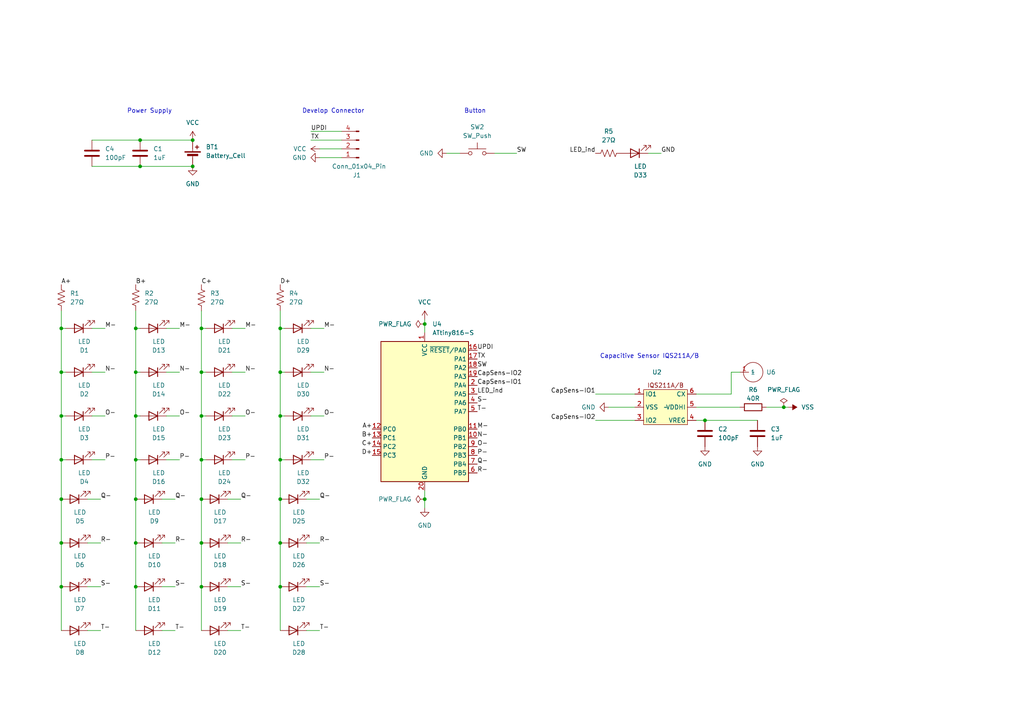
<source format=kicad_sch>
(kicad_sch (version 20230121) (generator eeschema)
  (paper "A4")
  (lib_symbols
    (symbol "Connector:Conn_01x04_Pin" (pin_names (offset 1.016) hide)
      (property "Reference" "J" (at 0 5.08 0))
      (property "Value" "Conn_01x04_Pin" (at 0 -7.62 0))
      (symbol "Conn_01x04_Pin_1_1"
        (polyline (pts (xy 1.27 -5.08) (xy 0.8636 -5.08)) (stroke (width 0.1524)))
        (polyline (pts (xy 1.27 -2.54) (xy 0.8636 -2.54)) (stroke (width 0.1524)))
        (polyline (pts (xy 1.27 0) (xy 0.8636 0)) (stroke (width 0.1524)))
        (polyline (pts (xy 1.27 2.54) (xy 0.8636 2.54)) (stroke (width 0.1524)))
        (rectangle (start 0.8636 -4.953) (end 0 -5.207) (stroke (width 0.1524)) (fill (type outline)))
        (rectangle (start 0.8636 -2.413) (end 0 -2.667) (stroke (width 0.1524)) (fill (type outline)))
        (rectangle (start 0.8636 0.127) (end 0 -0.127) (stroke (width 0.1524)) (fill (type outline)))
        (rectangle (start 0.8636 2.667) (end 0 2.413) (stroke (width 0.1524)) (fill (type outline)))
        (pin passive line (at 5.08 2.54 180) (length 3.81) (name "Pin_1") (number "1"))
        (pin passive line (at 5.08 0 180) (length 3.81) (name "Pin_2") (number "2"))
        (pin passive line (at 5.08 -2.54 180) (length 3.81) (name "Pin_3") (number "3"))
        (pin passive line (at 5.08 -5.08 180) (length 3.81) (name "Pin_4") (number "4"))
      )
    )
    (symbol "Device:Battery_Cell" (pin_numbers hide) (pin_names (offset 0) hide)
      (property "Reference" "BT" (at 2.54 2.54 0))
      (property "Value" "Battery_Cell" (at 2.54 0 0))
      (symbol "Battery_Cell_0_1"
        (rectangle (start -2.286 1.778) (end 2.286 1.524) (fill (type outline)))
        (rectangle (start -1.524 1.016) (end 1.524 0.508) (fill (type outline)))
        (polyline (pts (xy 0 0.762) (xy 0 0)))
        (polyline (pts (xy 0 1.778) (xy 0 2.54)))
        (polyline (pts (xy 0.762 3.048) (xy 1.778 3.048)) (stroke (width 0.254)))
        (polyline (pts (xy 1.27 3.556) (xy 1.27 2.54)) (stroke (width 0.254)))
      )
      (symbol "Battery_Cell_1_1"
        (pin passive line (at 0 5.08 270) (length 2.54) (name "+") (number "1"))
        (pin passive line (at 0 -2.54 90) (length 2.54) (name "-") (number "2"))
      )
    )
    (symbol "Device:C" (pin_numbers hide) (pin_names (offset 0.254))
      (property "Reference" "C" (at 0.635 2.54 0))
      (property "Value" "C" (at 0.635 -2.54 0))
      (symbol "C_0_1"
        (polyline (pts (xy -2.032 -0.762) (xy 2.032 -0.762)) (stroke (width 0.508)))
        (polyline (pts (xy -2.032 0.762) (xy 2.032 0.762)) (stroke (width 0.508)))
      )
      (symbol "C_1_1"
        (pin passive line (at 0 3.81 270) (length 2.794) (name "~") (number "1"))
        (pin passive line (at 0 -3.81 90) (length 2.794) (name "~") (number "2"))
      )
    )
    (symbol "Device:LED" (pin_numbers hide) (pin_names (offset 1.016) hide)
      (property "Reference" "D" (at 0 2.54 0))
      (property "Value" "LED" (at 0 -2.54 0))
      (symbol "LED_0_1"
        (polyline (pts (xy -1.27 -1.27) (xy -1.27 1.27)) (stroke (width 0.254)))
        (polyline (pts (xy -1.27 0) (xy 1.27 0)))
        (polyline (pts (xy 1.27 -1.27) (xy 1.27 1.27) (xy -1.27 0) (xy 1.27 -1.27)) (stroke (width 0.254)))
        (polyline (pts (xy -3.048 -0.762) (xy -4.572 -2.286) (xy -3.81 -2.286) (xy -4.572 -2.286) (xy -4.572 -1.524)))
        (polyline (pts (xy -1.778 -0.762) (xy -3.302 -2.286) (xy -2.54 -2.286) (xy -3.302 -2.286) (xy -3.302 -1.524)))
      )
      (symbol "LED_1_1"
        (pin passive line (at -3.81 0 0) (length 2.54) (name "K") (number "1"))
        (pin passive line (at 3.81 0 180) (length 2.54) (name "A") (number "2"))
      )
    )
    (symbol "Device:R" (pin_numbers hide) (pin_names (offset 0))
      (property "Reference" "R" (at 2.032 0 90))
      (property "Value" "R" (at 0 0 90))
      (symbol "R_0_1"
        (rectangle (start -1.016 -2.54) (end 1.016 2.54) (stroke (width 0.254)))
      )
      (symbol "R_1_1"
        (pin passive line (at 0 3.81 270) (length 1.27) (name "~") (number "1"))
        (pin passive line (at 0 -3.81 90) (length 1.27) (name "~") (number "2"))
      )
    )
    (symbol "Device:R_US" (pin_numbers hide) (pin_names (offset 0))
      (property "Reference" "R" (at 2.54 0 90))
      (property "Value" "R_US" (at -2.54 0 90))
      (symbol "R_US_0_1"
        (polyline (pts (xy 0 -2.286) (xy 0 -2.54)))
        (polyline (pts (xy 0 2.286) (xy 0 2.54)))
        (polyline (pts (xy 0 -0.762) (xy 1.016 -1.143) (xy 0 -1.524) (xy -1.016 -1.905) (xy 0 -2.286)))
        (polyline (pts (xy 0 0.762) (xy 1.016 0.381) (xy 0 0) (xy -1.016 -0.381) (xy 0 -0.762)))
        (polyline (pts (xy 0 2.286) (xy 1.016 1.905) (xy 0 1.524) (xy -1.016 1.143) (xy 0 0.762)))
      )
      (symbol "R_US_1_1"
        (pin passive line (at 0 3.81 270) (length 1.27) (name "~") (number "1"))
        (pin passive line (at 0 -3.81 90) (length 1.27) (name "~") (number "2"))
      )
    )
    (symbol "MCU_Microchip_ATtiny:ATtiny816-S"
      (property "Reference" "U" (at -12.7 21.59 0))
      (property "Value" "ATtiny816-S" (at 2.54 -21.59 0))
      (symbol "ATtiny816-S_0_1"
        (rectangle (start -12.7 -20.32) (end 12.7 20.32) (stroke (width 0.254)) (fill (type background)))
      )
      (symbol "ATtiny816-S_1_1"
        (pin power_in line (at 0 22.86 270) (length 2.54) (name "VCC") (number "1"))
        (pin bidirectional line (at 15.24 -7.62 180) (length 2.54) (name "PB1") (number "10"))
        (pin bidirectional line (at 15.24 -5.08 180) (length 2.54) (name "PB0") (number "11"))
        (pin bidirectional line (at -15.24 -5.08 0) (length 2.54) (name "PC0") (number "12"))
        (pin bidirectional line (at -15.24 -7.62 0) (length 2.54) (name "PC1") (number "13"))
        (pin bidirectional line (at -15.24 -10.16 0) (length 2.54) (name "PC2") (number "14"))
        (pin bidirectional line (at -15.24 -12.7 0) (length 2.54) (name "PC3") (number "15"))
        (pin bidirectional line (at 15.24 17.78 180) (length 2.54) (name "~{RESET}/PA0") (number "16"))
        (pin bidirectional line (at 15.24 15.24 180) (length 2.54) (name "PA1") (number "17"))
        (pin bidirectional line (at 15.24 12.7 180) (length 2.54) (name "PA2") (number "18"))
        (pin bidirectional line (at 15.24 10.16 180) (length 2.54) (name "PA3") (number "19"))
        (pin bidirectional line (at 15.24 7.62 180) (length 2.54) (name "PA4") (number "2"))
        (pin power_in line (at 0 -22.86 90) (length 2.54) (name "GND") (number "20"))
        (pin bidirectional line (at 15.24 5.08 180) (length 2.54) (name "PA5") (number "3"))
        (pin bidirectional line (at 15.24 2.54 180) (length 2.54) (name "PA6") (number "4"))
        (pin bidirectional line (at 15.24 0 180) (length 2.54) (name "PA7") (number "5"))
        (pin bidirectional line (at 15.24 -17.78 180) (length 2.54) (name "PB5") (number "6"))
        (pin bidirectional line (at 15.24 -15.24 180) (length 2.54) (name "PB4") (number "7"))
        (pin bidirectional line (at 15.24 -12.7 180) (length 2.54) (name "PB3") (number "8"))
        (pin bidirectional line (at 15.24 -10.16 180) (length 2.54) (name "PB2") (number "9"))
      )
    )
    (symbol "MySymLib:Azoteq-IQS211A/B"
      (property "Reference" "U2" (at -2.4922 10.16 0))
      (property "Value" "~" (at 0 0 0))
      (symbol "Azoteq-IQS211A/B_1_1"
        (rectangle (start -6.35 5.08) (end 6.35 -5.08) (fill (type background)))
        (text "IQS211A/B\n" (at 0 6.35 0) (effects (font (size 1.27 1.27))))
        (pin passive line (at -8.89 3.81 0) (length 2.54) (name "IO1") (number "1"))
        (pin passive line (at -8.89 0 0) (length 2.54) (name "VSS") (number "2"))
        (pin passive line (at -8.89 -3.81 0) (length 2.54) (name "IO2") (number "3"))
        (pin passive line (at 8.89 -3.81 180) (length 2.54) (name "VREG") (number "4"))
        (pin passive line (at 8.89 0 180) (length 2.54) (name "VDDHI") (number "5"))
        (pin passive line (at 8.89 3.81 180) (length 2.54) (name "CX") (number "6"))
      )
    )
    (symbol "Self-Capacitive-Pad_V1_1"
      (property "Reference" "U6" (at 3.81 0 0))
      (property "Value" "~" (at 0 0 0))
      (symbol "Self-Capacitive-Pad_V1_1_0_1"
        (circle (center 0 0) (radius 2.8398))
      )
      (symbol "Self-Capacitive-Pad_V1_1_1_1"
        (pin output line (at -3.81 0 0) (length 2.54) (name "1") (number "1"))
      )
    )
    (symbol "Switch:SW_Push" (pin_numbers hide) (pin_names (offset 1.016) hide)
      (property "Reference" "SW" (at 1.27 2.54 0))
      (property "Value" "SW_Push" (at 0 -1.524 0))
      (symbol "SW_Push_0_1"
        (circle (center -2.032 0) (radius 0.508))
        (polyline (pts (xy 0 1.27) (xy 0 3.048)))
        (polyline (pts (xy 2.54 1.27) (xy -2.54 1.27)))
        (circle (center 2.032 0) (radius 0.508))
        (pin passive line (at -5.08 0 0) (length 2.54) (name "1") (number "1"))
        (pin passive line (at 5.08 0 180) (length 2.54) (name "2") (number "2"))
      )
    )
    (symbol "power:GND" (power) (pin_names (offset 0))
      (property "Value" "GND" (at 0 -3.81 0))
      (symbol "GND_0_1"
        (polyline (pts (xy 0 0) (xy 0 -1.27) (xy 1.27 -1.27) (xy 0 -2.54) (xy -1.27 -1.27) (xy 0 -1.27)))
      )
      (symbol "GND_1_1"
        (pin power_in line (at 0 0 270) (length 0) hide (name "GND") (number "1"))
      )
    )
    (symbol "power:PWR_FLAG" (power) (pin_numbers hide) (pin_names (offset 0) hide)
      (property "Value" "PWR_FLAG" (at 0 3.81 0))
      (symbol "PWR_FLAG_0_0"
        (pin power_out line (at 0 0 90) (length 0) (name "pwr") (number "1"))
      )
      (symbol "PWR_FLAG_0_1"
        (polyline (pts (xy 0 0) (xy 0 1.27) (xy -1.016 1.905) (xy 0 2.54) (xy 1.016 1.905) (xy 0 1.27)))
      )
    )
    (symbol "power:VCC" (power) (pin_names (offset 0))
      (property "Value" "VCC" (at 0 3.81 0))
      (symbol "VCC_0_1"
        (polyline (pts (xy -0.762 1.27) (xy 0 2.54)))
        (polyline (pts (xy 0 0) (xy 0 2.54)))
        (polyline (pts (xy 0 2.54) (xy 0.762 1.27)))
      )
      (symbol "VCC_1_1"
        (pin power_in line (at 0 0 90) (length 0) hide (name "VCC") (number "1"))
      )
    )
    (symbol "power:VSS" (power) (pin_names (offset 0))
      (property "Value" "VSS" (at 0 3.81 0))
      (symbol "VSS_0_1"
        (polyline (pts (xy 0 0) (xy 0 2.54)))
        (polyline (pts (xy 0.762 1.27) (xy -0.762 1.27) (xy 0 2.54) (xy 0.762 1.27)) (fill (type outline)))
      )
      (symbol "VSS_1_1"
        (pin power_in line (at 0 0 90) (length 0) hide (name "VSS") (number "1"))
      )
    )
  )
  (junction (at 58.42 107.95))
  (junction (at 227.33 118.11))
  (junction (at 39.37 144.78))
  (junction (at 17.78 133.35))
  (junction (at 17.78 144.78))
  (junction (at 81.28 133.35))
  (junction (at 58.42 133.35))
  (junction (at 55.88 40.64))
  (junction (at 39.37 157.48))
  (junction (at 58.42 95.25))
  (junction (at 17.78 120.65))
  (junction (at 58.42 157.48))
  (junction (at 123.19 144.78))
  (junction (at 40.64 40.64))
  (junction (at 81.28 107.95))
  (junction (at 204.47 121.92))
  (junction (at 58.42 120.65))
  (junction (at 55.88 48.26))
  (junction (at 123.19 93.98))
  (junction (at 17.78 95.25))
  (junction (at 17.78 157.48))
  (junction (at 58.42 170.18))
  (junction (at 39.37 170.18))
  (junction (at 17.78 170.18))
  (junction (at 81.28 95.25))
  (junction (at 81.28 170.18))
  (junction (at 39.37 107.95))
  (junction (at 58.42 144.78))
  (junction (at 17.78 107.95))
  (junction (at 81.28 144.78))
  (junction (at 39.37 120.65))
  (junction (at 40.64 48.26))
  (junction (at 39.37 95.25))
  (junction (at 81.28 120.65))
  (junction (at 39.37 133.35))
  (junction (at 81.28 157.48))
  (wire (pts (xy 48.26 107.95) (xy 52.07 107.95)))
  (wire (pts (xy 46.99 182.88) (xy 50.8 182.88)))
  (wire (pts (xy 39.37 107.95) (xy 39.37 120.65)))
  (wire (pts (xy 46.99 157.48) (xy 50.8 157.48)))
  (wire (pts (xy 227.33 118.11) (xy 228.6 118.11)))
  (wire (pts (xy 123.19 92.71) (xy 123.19 93.98)))
  (wire (pts (xy 17.78 90.17) (xy 17.78 95.25)))
  (wire (pts (xy 39.37 95.25) (xy 40.64 95.25)))
  (wire (pts (xy 25.4 157.48) (xy 29.21 157.48)))
  (wire (pts (xy 66.04 182.88) (xy 69.85 182.88)))
  (wire (pts (xy 66.04 157.48) (xy 69.85 157.48)))
  (wire (pts (xy 172.72 114.3) (xy 184.15 114.3)))
  (wire (pts (xy 81.28 107.95) (xy 81.28 95.25)))
  (wire (pts (xy 26.67 40.64) (xy 40.64 40.64)))
  (wire (pts (xy 39.37 90.17) (xy 39.37 95.25)))
  (wire (pts (xy 25.4 170.18) (xy 29.21 170.18)))
  (wire (pts (xy 26.67 133.35) (xy 30.48 133.35)))
  (wire (pts (xy 25.4 182.88) (xy 29.21 182.88)))
  (wire (pts (xy 58.42 120.65) (xy 59.69 120.65)))
  (wire (pts (xy 40.64 40.64) (xy 55.88 40.64)))
  (wire (pts (xy 17.78 157.48) (xy 17.78 170.18)))
  (wire (pts (xy 81.28 133.35) (xy 81.28 144.78)))
  (wire (pts (xy 90.17 95.25) (xy 93.98 95.25)))
  (wire (pts (xy 39.37 133.35) (xy 40.64 133.35)))
  (wire (pts (xy 46.99 170.18) (xy 50.8 170.18)))
  (wire (pts (xy 46.99 144.78) (xy 50.8 144.78)))
  (wire (pts (xy 58.42 107.95) (xy 59.69 107.95)))
  (wire (pts (xy 81.28 133.35) (xy 82.55 133.35)))
  (wire (pts (xy 26.67 107.95) (xy 30.48 107.95)))
  (wire (pts (xy 66.04 170.18) (xy 69.85 170.18)))
  (wire (pts (xy 17.78 95.25) (xy 19.05 95.25)))
  (wire (pts (xy 39.37 157.48) (xy 39.37 170.18)))
  (wire (pts (xy 81.28 120.65) (xy 82.55 120.65)))
  (wire (pts (xy 90.17 133.35) (xy 93.98 133.35)))
  (wire (pts (xy 48.26 95.25) (xy 52.07 95.25)))
  (wire (pts (xy 39.37 107.95) (xy 40.64 107.95)))
  (wire (pts (xy 201.93 121.92) (xy 204.47 121.92)))
  (wire (pts (xy 88.9 182.88) (xy 92.71 182.88)))
  (wire (pts (xy 17.78 107.95) (xy 17.78 95.25)))
  (wire (pts (xy 90.17 38.1) (xy 99.06 38.1)))
  (wire (pts (xy 176.53 118.11) (xy 184.15 118.11)))
  (wire (pts (xy 204.47 121.92) (xy 219.71 121.92)))
  (wire (pts (xy 17.78 107.95) (xy 19.05 107.95)))
  (wire (pts (xy 25.4 144.78) (xy 29.21 144.78)))
  (wire (pts (xy 39.37 144.78) (xy 39.37 157.48)))
  (wire (pts (xy 143.51 44.45) (xy 149.86 44.45)))
  (wire (pts (xy 67.31 133.35) (xy 71.12 133.35)))
  (wire (pts (xy 67.31 95.25) (xy 71.12 95.25)))
  (wire (pts (xy 58.42 90.17) (xy 58.42 95.25)))
  (wire (pts (xy 191.77 44.45) (xy 187.96 44.45)))
  (wire (pts (xy 129.54 44.45) (xy 133.35 44.45)))
  (wire (pts (xy 26.67 120.65) (xy 30.48 120.65)))
  (wire (pts (xy 58.42 157.48) (xy 58.42 170.18)))
  (wire (pts (xy 58.42 133.35) (xy 59.69 133.35)))
  (wire (pts (xy 92.71 45.72) (xy 99.06 45.72)))
  (wire (pts (xy 17.78 144.78) (xy 17.78 157.48)))
  (wire (pts (xy 81.28 90.17) (xy 81.28 95.25)))
  (wire (pts (xy 88.9 157.48) (xy 92.71 157.48)))
  (wire (pts (xy 40.64 48.26) (xy 55.88 48.26)))
  (wire (pts (xy 17.78 120.65) (xy 19.05 120.65)))
  (wire (pts (xy 212.09 107.95) (xy 214.63 107.95)))
  (wire (pts (xy 90.17 40.64) (xy 99.06 40.64)))
  (wire (pts (xy 58.42 133.35) (xy 58.42 144.78)))
  (wire (pts (xy 92.71 43.18) (xy 99.06 43.18)))
  (wire (pts (xy 66.04 144.78) (xy 69.85 144.78)))
  (wire (pts (xy 58.42 144.78) (xy 58.42 157.48)))
  (wire (pts (xy 48.26 133.35) (xy 52.07 133.35)))
  (wire (pts (xy 39.37 107.95) (xy 39.37 95.25)))
  (wire (pts (xy 88.9 170.18) (xy 92.71 170.18)))
  (wire (pts (xy 201.93 118.11) (xy 214.63 118.11)))
  (wire (pts (xy 39.37 120.65) (xy 39.37 133.35)))
  (wire (pts (xy 222.25 118.11) (xy 227.33 118.11)))
  (wire (pts (xy 58.42 95.25) (xy 59.69 95.25)))
  (wire (pts (xy 17.78 133.35) (xy 17.78 144.78)))
  (wire (pts (xy 212.09 114.3) (xy 201.93 114.3)))
  (wire (pts (xy 81.28 95.25) (xy 82.55 95.25)))
  (wire (pts (xy 39.37 170.18) (xy 39.37 182.88)))
  (wire (pts (xy 39.37 120.65) (xy 40.64 120.65)))
  (wire (pts (xy 39.37 133.35) (xy 39.37 144.78)))
  (wire (pts (xy 17.78 120.65) (xy 17.78 133.35)))
  (wire (pts (xy 26.67 48.26) (xy 40.64 48.26)))
  (wire (pts (xy 67.31 120.65) (xy 71.12 120.65)))
  (wire (pts (xy 81.28 107.95) (xy 82.55 107.95)))
  (wire (pts (xy 172.72 121.92) (xy 184.15 121.92)))
  (wire (pts (xy 90.17 107.95) (xy 93.98 107.95)))
  (wire (pts (xy 58.42 170.18) (xy 58.42 182.88)))
  (wire (pts (xy 81.28 157.48) (xy 81.28 170.18)))
  (wire (pts (xy 123.19 142.24) (xy 123.19 144.78)))
  (wire (pts (xy 123.19 144.78) (xy 123.19 147.32)))
  (wire (pts (xy 48.26 120.65) (xy 52.07 120.65)))
  (wire (pts (xy 58.42 120.65) (xy 58.42 133.35)))
  (wire (pts (xy 17.78 170.18) (xy 17.78 182.88)))
  (wire (pts (xy 67.31 107.95) (xy 71.12 107.95)))
  (wire (pts (xy 88.9 144.78) (xy 92.71 144.78)))
  (wire (pts (xy 90.17 120.65) (xy 93.98 120.65)))
  (wire (pts (xy 58.42 107.95) (xy 58.42 95.25)))
  (wire (pts (xy 81.28 107.95) (xy 81.28 120.65)))
  (wire (pts (xy 212.09 107.95) (xy 212.09 114.3)))
  (wire (pts (xy 26.67 95.25) (xy 30.48 95.25)))
  (wire (pts (xy 81.28 120.65) (xy 81.28 133.35)))
  (wire (pts (xy 17.78 133.35) (xy 19.05 133.35)))
  (wire (pts (xy 81.28 144.78) (xy 81.28 157.48)))
  (wire (pts (xy 123.19 93.98) (xy 123.19 96.52)))
  (wire (pts (xy 17.78 107.95) (xy 17.78 120.65)))
  (wire (pts (xy 81.28 170.18) (xy 81.28 182.88)))
  (wire (pts (xy 58.42 107.95) (xy 58.42 120.65)))
  (text "Button" (at 134.62 33.02 0) (effects (font (size 1.27 1.27)) (justify left bottom)))
  (text "Power Supply" (at 36.83 33.02 0) (effects (font (size 1.27 1.27)) (justify left bottom)))
  (text "Capacitive Sensor IQS211A/B " (at 173.99 104.14 0) (effects (font (size 1.27 1.27)) (justify left bottom)))
  (text "Develop Connector" (at 87.63 33.02 0) (effects (font (size 1.27 1.27)) (justify left bottom)))
  (label "N-" (at 52.07 107.95 0))
  (label "UPDI" (at 90.17 38.1 0))
  (label "O-" (at 52.07 120.65 0))
  (label "UPDI" (at 138.43 101.6 0))
  (label "CapSens-IO2" (at 138.43 109.22 0))
  (label "P-" (at 93.98 133.35 0))
  (label "S-" (at 69.85 170.18 0))
  (label "SW" (at 149.86 44.45 0))
  (label "S-" (at 138.43 116.84 0))
  (label "R-" (at 92.71 157.48 0))
  (label "M-" (at 138.43 124.46 0))
  (label "GND" (at 191.77 44.45 0))
  (label "T-" (at 50.8 182.88 0))
  (label "CapSens-IO1" (at 172.72 114.3 180))
  (label "O-" (at 93.98 120.65 0))
  (label "T-" (at 29.21 182.88 0))
  (label "D+" (at 81.28 82.55 0))
  (label "Q-" (at 69.85 144.78 0))
  (label "Q-" (at 92.71 144.78 0))
  (label "D+" (at 107.95 132.08 180))
  (label "P-" (at 71.12 133.35 0))
  (label "CapSens-IO2" (at 172.72 121.92 180))
  (label "B+" (at 39.37 82.55 0))
  (label "M-" (at 52.07 95.25 0))
  (label "S-" (at 50.8 170.18 0))
  (label "T-" (at 69.85 182.88 0))
  (label "Q-" (at 50.8 144.78 0))
  (label "TX" (at 90.17 40.64 0))
  (label "C+" (at 107.95 129.54 180))
  (label "N-" (at 93.98 107.95 0))
  (label "R-" (at 50.8 157.48 0))
  (label "R-" (at 29.21 157.48 0))
  (label "TX" (at 138.43 104.14 0))
  (label "R-" (at 138.43 137.16 0))
  (label "S-" (at 29.21 170.18 0))
  (label "P-" (at 52.07 133.35 0))
  (label "T-" (at 138.43 119.38 0))
  (label "N-" (at 138.43 127 0))
  (label "N-" (at 71.12 107.95 0))
  (label "A+" (at 17.78 82.55 0))
  (label "O-" (at 30.48 120.65 0))
  (label "C+" (at 58.42 82.55 0))
  (label "R-" (at 69.85 157.48 0))
  (label "N-" (at 30.48 107.95 0))
  (label "M-" (at 71.12 95.25 0))
  (label "Q-" (at 29.21 144.78 0))
  (label "M-" (at 93.98 95.25 0))
  (label "O-" (at 71.12 120.65 0))
  (label "O-" (at 138.43 129.54 0))
  (label "LED_ind" (at 138.43 114.3 0))
  (label "LED_ind" (at 172.72 44.45 180))
  (label "Q-" (at 138.43 134.62 0))
  (label "B+" (at 107.95 127 180))
  (label "P-" (at 30.48 133.35 0))
  (label "A+" (at 107.95 124.46 180))
  (label "M-" (at 30.48 95.25 0))
  (label "CapSens-IO1" (at 138.43 111.76 0))
  (label "S-" (at 92.71 170.18 0))
  (label "P-" (at 138.43 132.08 0))
  (label "T-" (at 92.71 182.88 0))
  (label "SW" (at 138.43 106.68 0))
  (symbol (lib_id "Device:LED") (at 44.45 133.35 180) (unit 1)
    (property "Reference" "D16" (at 46.0375 139.7 0))
    (property "Value" "LED" (at 46.0375 137.16 0))
    (property "Footprint" "LED_SMD:LED_0805_2012Metric" (effects hide))
  )
  (symbol (lib_id "Device:LED") (at 22.86 120.65 180) (unit 1)
    (property "Reference" "D3" (at 24.4475 127 0))
    (property "Value" "LED" (at 24.4475 124.46 0))
    (property "Footprint" "LED_SMD:LED_0805_2012Metric" (effects hide))
  )
  (symbol (lib_id "Device:R_US") (at 39.37 86.36 180) (unit 1)
    (property "Reference" "R2" (at 41.91 85.09 0) (effects (justify right)))
    (property "Value" "27Ω" (at 41.91 87.63 0) (effects (justify right)))
    (property "Footprint" "Resistor_SMD:R_0805_2012Metric" (effects hide))
  )
  (symbol (lib_id "Device:LED") (at 63.5 107.95 180) (unit 1)
    (property "Reference" "D22" (at 65.0875 114.3 0))
    (property "Value" "LED" (at 65.0875 111.76 0))
    (property "Footprint" "LED_SMD:LED_0805_2012Metric" (effects hide))
  )
  (symbol (lib_id "Device:LED") (at 43.18 144.78 180) (unit 1)
    (property "Reference" "D9" (at 44.7675 151.13 0))
    (property "Value" "LED" (at 44.7675 148.59 0))
    (property "Footprint" "LED_SMD:LED_0805_2012Metric" (effects hide))
  )
  (symbol (lib_id "Device:LED") (at 85.09 144.78 180) (unit 1)
    (property "Reference" "D25" (at 86.6775 151.13 0))
    (property "Value" "LED" (at 86.6775 148.59 0))
    (property "Footprint" "LED_SMD:LED_0805_2012Metric" (effects hide))
  )
  (symbol (lib_id "power:GND") (at 204.47 129.54 0) (unit 1)
    (property "Reference" "#PWR010" (effects hide))
    (property "Value" "GND" (at 204.47 134.62 0))
  )
  (symbol (lib_id "Device:R_US") (at 17.78 86.36 180) (unit 1)
    (property "Reference" "R1" (at 20.32 85.09 0) (effects (justify right)))
    (property "Value" "27Ω" (at 20.32 87.63 0) (effects (justify right)))
    (property "Footprint" "Resistor_SMD:R_0805_2012Metric" (effects hide))
  )
  (symbol (lib_id "Device:LED") (at 62.23 170.18 180) (unit 1)
    (property "Reference" "D19" (at 63.8175 176.53 0))
    (property "Value" "LED" (at 63.8175 173.99 0))
    (property "Footprint" "LED_SMD:LED_0805_2012Metric" (effects hide))
  )
  (symbol (lib_id "MySymLib:Azoteq-IQS211A/B") (at 193.04 118.11 0) (unit 1)
    (property "Reference" "U2" (at 190.5478 107.95 0))
    (property "Value" "~" (at 193.04 118.11 0))
    (property "Footprint" "MyLib:TSOT32-6" (effects hide))
  )
  (symbol (lib_id "Device:LED") (at 85.09 182.88 180) (unit 1)
    (property "Reference" "D28" (at 86.6775 189.23 0))
    (property "Value" "LED" (at 86.6775 186.69 0))
    (property "Footprint" "LED_SMD:LED_0805_2012Metric" (effects hide))
  )
  (symbol (lib_id "Device:LED") (at 63.5 95.25 180) (unit 1)
    (property "Reference" "D21" (at 65.0875 101.6 0))
    (property "Value" "LED" (at 65.0875 99.06 0))
    (property "Footprint" "LED_SMD:LED_0805_2012Metric" (effects hide))
  )
  (symbol (lib_id "Device:LED") (at 21.59 144.78 180) (unit 1)
    (property "Reference" "D5" (at 23.1775 151.13 0))
    (property "Value" "LED" (at 23.1775 148.59 0))
    (property "Footprint" "LED_SMD:LED_0805_2012Metric" (effects hide))
  )
  (symbol (lib_id "power:VCC") (at 92.71 43.18 90) (unit 1)
    (property "Reference" "#PWR03" (effects hide))
    (property "Value" "VCC" (at 88.9 43.18 90) (effects (justify left)))
  )
  (symbol (lib_id "Device:C") (at 26.67 44.45 0) (unit 1)
    (property "Reference" "C4" (at 30.48 43.18 0) (effects (justify left)))
    (property "Value" "100pF" (at 30.48 45.72 0) (effects (justify left)))
    (property "Footprint" "Capacitor_SMD:C_0805_2012Metric" (effects hide))
  )
  (symbol (lib_id "Device:LED") (at 86.36 95.25 180) (unit 1)
    (property "Reference" "D29" (at 87.9475 101.6 0))
    (property "Value" "LED" (at 87.9475 99.06 0))
    (property "Footprint" "LED_SMD:LED_0805_2012Metric" (effects hide))
  )
  (symbol (lib_id "Device:C") (at 219.71 125.73 0) (unit 1)
    (property "Reference" "C3" (at 223.52 124.46 0) (effects (justify left)))
    (property "Value" "1uF" (at 223.52 127 0) (effects (justify left)))
    (property "Footprint" "Capacitor_SMD:C_0805_2012Metric" (effects hide))
  )
  (symbol (lib_id "power:VCC") (at 123.19 92.71 0) (unit 1)
    (property "Reference" "#PWR012" (effects hide))
    (property "Value" "VCC" (at 123.19 87.63 0))
  )
  (symbol (lib_id "power:PWR_FLAG") (at 123.19 93.98 90) (unit 1)
    (property "Reference" "#FLG03" (effects hide))
    (property "Value" "PWR_FLAG" (at 119.38 93.98 90) (effects (justify left)))
  )
  (symbol (lib_id "power:GND") (at 55.88 48.26 0) (unit 1)
    (property "Reference" "#PWR02" (effects hide))
    (property "Value" "GND" (at 55.88 53.34 0))
  )
  (symbol (lib_id "Device:LED") (at 43.18 157.48 180) (unit 1)
    (property "Reference" "D10" (at 44.7675 163.83 0))
    (property "Value" "LED" (at 44.7675 161.29 0))
    (property "Footprint" "LED_SMD:LED_0805_2012Metric" (effects hide))
  )
  (symbol (lib_id "Device:LED") (at 184.15 44.45 180) (unit 1)
    (property "Reference" "D33" (at 185.7375 50.8 0))
    (property "Value" "LED" (at 185.7375 48.26 0))
    (property "Footprint" "LED_SMD:LED_0805_2012Metric" (effects hide))
  )
  (symbol (lib_id "Device:LED") (at 86.36 120.65 180) (unit 1)
    (property "Reference" "D31" (at 87.9475 127 0))
    (property "Value" "LED" (at 87.9475 124.46 0))
    (property "Footprint" "LED_SMD:LED_0805_2012Metric" (effects hide))
  )
  (symbol (lib_id "power:GND") (at 92.71 45.72 270) (unit 1)
    (property "Reference" "#PWR04" (effects hide))
    (property "Value" "GND" (at 88.9 45.72 90) (effects (justify right)))
  )
  (symbol (lib_id "Device:LED") (at 86.36 107.95 180) (unit 1)
    (property "Reference" "D30" (at 87.9475 114.3 0))
    (property "Value" "LED" (at 87.9475 111.76 0))
    (property "Footprint" "LED_SMD:LED_0805_2012Metric" (effects hide))
  )
  (symbol (lib_id "Device:LED") (at 43.18 182.88 180) (unit 1)
    (property "Reference" "D12" (at 44.7675 189.23 0))
    (property "Value" "LED" (at 44.7675 186.69 0))
    (property "Footprint" "LED_SMD:LED_0805_2012Metric" (effects hide))
  )
  (symbol (lib_id "Device:LED") (at 85.09 170.18 180) (unit 1)
    (property "Reference" "D27" (at 86.6775 176.53 0))
    (property "Value" "LED" (at 86.6775 173.99 0))
    (property "Footprint" "LED_SMD:LED_0805_2012Metric" (effects hide))
  )
  (symbol (lib_id "Device:LED") (at 22.86 107.95 180) (unit 1)
    (property "Reference" "D2" (at 24.4475 114.3 0))
    (property "Value" "LED" (at 24.4475 111.76 0))
    (property "Footprint" "LED_SMD:LED_0805_2012Metric" (effects hide))
  )
  (symbol (lib_id "Device:R_US") (at 176.53 44.45 270) (unit 1)
    (property "Reference" "R5" (at 176.53 38.1 90))
    (property "Value" "27Ω" (at 176.53 40.64 90))
    (property "Footprint" "Resistor_SMD:R_0805_2012Metric" (effects hide))
  )
  (symbol (lib_id "power:PWR_FLAG") (at 123.19 144.78 90) (unit 1)
    (property "Reference" "#FLG04" (effects hide))
    (property "Value" "PWR_FLAG" (at 119.38 144.78 90) (effects (justify left)))
  )
  (symbol (lib_id "Device:LED") (at 21.59 157.48 180) (unit 1)
    (property "Reference" "D6" (at 23.1775 163.83 0))
    (property "Value" "LED" (at 23.1775 161.29 0))
    (property "Footprint" "LED_SMD:LED_0805_2012Metric" (effects hide))
  )
  (symbol (lib_id "Device:LED") (at 86.36 133.35 180) (unit 1)
    (property "Reference" "D32" (at 87.9475 139.7 0))
    (property "Value" "LED" (at 87.9475 137.16 0))
    (property "Footprint" "LED_SMD:LED_0805_2012Metric" (effects hide))
  )
  (symbol (lib_id "Device:LED") (at 21.59 170.18 180) (unit 1)
    (property "Reference" "D7" (at 23.1775 176.53 0))
    (property "Value" "LED" (at 23.1775 173.99 0))
    (property "Footprint" "LED_SMD:LED_0805_2012Metric" (effects hide))
  )
  (symbol (lib_id "power:VCC") (at 55.88 40.64 0) (unit 1)
    (property "Reference" "#PWR01" (effects hide))
    (property "Value" "VCC" (at 55.88 35.56 0))
  )
  (symbol (lib_id "Connector:Conn_01x04_Pin") (at 104.14 43.18 180) (unit 1)
    (property "Reference" "J1" (at 103.505 50.8 0))
    (property "Value" "Conn_01x04_Pin" (at 104.14 48.26 0))
    (property "Footprint" "Connector_PinHeader_2.54mm:PinHeader_1x04_P2.54mm_Vertical" (effects hide))
  )
  (symbol (lib_name "Self-Capacitive-Pad_V1_1") (lib_id "MySymLib:Self-Capacitive-Pad_V1") (at 218.44 107.95 0) (unit 1)
    (property "Reference" "U6" (at 222.25 107.95 0) (effects (justify left)))
    (property "Value" "~" (at 218.44 107.95 0))
    (property "Footprint" "MyLib:TouchButton-15x10mm" (effects hide))
  )
  (symbol (lib_id "Device:LED") (at 63.5 120.65 180) (unit 1)
    (property "Reference" "D23" (at 65.0875 127 0))
    (property "Value" "LED" (at 65.0875 124.46 0))
    (property "Footprint" "LED_SMD:LED_0805_2012Metric" (effects hide))
  )
  (symbol (lib_id "Device:Battery_Cell") (at 55.88 45.72 0) (unit 1)
    (property "Reference" "BT1" (at 59.69 42.6085 0) (effects (justify left)))
    (property "Value" "Battery_Cell" (at 59.69 45.1485 0) (effects (justify left)))
    (property "Footprint" "MyLib:Battery_holder__Keystone_Electronic_AA_2462" (effects hide))
  )
  (symbol (lib_id "Device:LED") (at 44.45 120.65 180) (unit 1)
    (property "Reference" "D15" (at 46.0375 127 0))
    (property "Value" "LED" (at 46.0375 124.46 0))
    (property "Footprint" "LED_SMD:LED_0805_2012Metric" (effects hide))
  )
  (symbol (lib_id "power:GND") (at 129.54 44.45 270) (unit 1)
    (property "Reference" "#PWR05" (effects hide))
    (property "Value" "GND" (at 125.73 44.45 90) (effects (justify right)))
  )
  (symbol (lib_id "MCU_Microchip_ATtiny:ATtiny816-S") (at 123.19 119.38 0) (unit 1)
    (property "Reference" "U4" (at 125.3841 93.98 0) (effects (justify left)))
    (property "Value" "ATtiny816-S" (at 125.3841 96.52 0) (effects (justify left)))
    (property "Footprint" "Package_SO:SOIC-20W_7.5x12.8mm_P1.27mm" (effects hide))
    (property "Datasheet" "http://ww1.microchip.com/downloads/en/DeviceDoc/40001913A.pdf" (effects hide))
  )
  (symbol (lib_id "Device:C") (at 204.47 125.73 0) (unit 1)
    (property "Reference" "C2" (at 208.28 124.46 0) (effects (justify left)))
    (property "Value" "100pF" (at 208.28 127 0) (effects (justify left)))
    (property "Footprint" "Capacitor_SMD:C_0805_2012Metric" (effects hide))
  )
  (symbol (lib_id "Device:LED") (at 63.5 133.35 180) (unit 1)
    (property "Reference" "D24" (at 65.0875 139.7 0))
    (property "Value" "LED" (at 65.0875 137.16 0))
    (property "Footprint" "LED_SMD:LED_0805_2012Metric" (effects hide))
  )
  (symbol (lib_id "Device:LED") (at 62.23 157.48 180) (unit 1)
    (property "Reference" "D18" (at 63.8175 163.83 0))
    (property "Value" "LED" (at 63.8175 161.29 0))
    (property "Footprint" "LED_SMD:LED_0805_2012Metric" (effects hide))
  )
  (symbol (lib_id "Device:R_US") (at 58.42 86.36 180) (unit 1)
    (property "Reference" "R3" (at 60.96 85.09 0) (effects (justify right)))
    (property "Value" "27Ω" (at 60.96 87.63 0) (effects (justify right)))
    (property "Footprint" "Resistor_SMD:R_0805_2012Metric" (effects hide))
  )
  (symbol (lib_id "Device:LED") (at 22.86 133.35 180) (unit 1)
    (property "Reference" "D4" (at 24.4475 139.7 0))
    (property "Value" "LED" (at 24.4475 137.16 0))
    (property "Footprint" "LED_SMD:LED_0805_2012Metric" (effects hide))
  )
  (symbol (lib_id "power:GND") (at 123.19 147.32 0) (unit 1)
    (property "Reference" "#PWR013" (effects hide))
    (property "Value" "GND" (at 123.19 152.4 0))
  )
  (symbol (lib_id "power:PWR_FLAG") (at 227.33 118.11 0) (unit 1)
    (property "Reference" "#FLG01" (effects hide))
    (property "Value" "PWR_FLAG" (at 227.33 113.03 0))
  )
  (symbol (lib_id "Device:LED") (at 22.86 95.25 180) (unit 1)
    (property "Reference" "D1" (at 24.4475 101.6 0))
    (property "Value" "LED" (at 24.4475 99.06 0))
    (property "Footprint" "LED_SMD:LED_0805_2012Metric" (effects hide))
  )
  (symbol (lib_id "Device:LED") (at 44.45 95.25 180) (unit 1)
    (property "Reference" "D13" (at 46.0375 101.6 0))
    (property "Value" "LED" (at 46.0375 99.06 0))
    (property "Footprint" "LED_SMD:LED_0805_2012Metric" (effects hide))
  )
  (symbol (lib_id "power:GND") (at 176.53 118.11 270) (unit 1)
    (property "Reference" "#PWR08" (effects hide))
    (property "Value" "GND" (at 172.72 118.11 90) (effects (justify right)))
  )
  (symbol (lib_id "Device:R") (at 218.44 118.11 90) (unit 1)
    (property "Reference" "R6" (at 218.44 113.03 90))
    (property "Value" "40R" (at 218.44 115.57 90))
  )
  (symbol (lib_id "Device:LED") (at 85.09 157.48 180) (unit 1)
    (property "Reference" "D26" (at 86.6775 163.83 0))
    (property "Value" "LED" (at 86.6775 161.29 0))
    (property "Footprint" "LED_SMD:LED_0805_2012Metric" (effects hide))
  )
  (symbol (lib_id "power:VSS") (at 228.6 118.11 270) (unit 1)
    (property "Reference" "#PWR09" (effects hide))
    (property "Value" "VSS" (at 232.41 118.11 90) (effects (justify left)))
  )
  (symbol (lib_id "Device:LED") (at 62.23 144.78 180) (unit 1)
    (property "Reference" "D17" (at 63.8175 151.13 0))
    (property "Value" "LED" (at 63.8175 148.59 0))
    (property "Footprint" "LED_SMD:LED_0805_2012Metric" (effects hide))
  )
  (symbol (lib_id "Switch:SW_Push") (at 138.43 44.45 0) (unit 1)
    (property "Reference" "SW2" (at 138.43 36.83 0))
    (property "Value" "SW_Push" (at 138.43 39.37 0))
    (property "Footprint" "MyLib:FSM2JSMAATR" (effects hide))
  )
  (symbol (lib_id "Device:C") (at 40.64 44.45 0) (unit 1)
    (property "Reference" "C1" (at 44.45 43.18 0) (effects (justify left)))
    (property "Value" "1uF" (at 44.45 45.72 0) (effects (justify left)))
    (property "Footprint" "Capacitor_SMD:C_0805_2012Metric" (effects hide))
  )
  (symbol (lib_id "Device:R_US") (at 81.28 86.36 180) (unit 1)
    (property "Reference" "R4" (at 83.82 85.09 0) (effects (justify right)))
    (property "Value" "27Ω" (at 83.82 87.63 0) (effects (justify right)))
    (property "Footprint" "Resistor_SMD:R_0805_2012Metric" (effects hide))
  )
  (symbol (lib_id "Device:LED") (at 62.23 182.88 180) (unit 1)
    (property "Reference" "D20" (at 63.8175 189.23 0))
    (property "Value" "LED" (at 63.8175 186.69 0))
    (property "Footprint" "LED_SMD:LED_0805_2012Metric" (effects hide))
  )
  (symbol (lib_id "Device:LED") (at 21.59 182.88 180) (unit 1)
    (property "Reference" "D8" (at 23.1775 189.23 0))
    (property "Value" "LED" (at 23.1775 186.69 0))
    (property "Footprint" "LED_SMD:LED_0805_2012Metric" (effects hide))
  )
  (symbol (lib_id "power:GND") (at 219.71 129.54 0) (unit 1)
    (property "Reference" "#PWR011" (effects hide))
    (property "Value" "GND" (at 219.71 134.62 0))
  )
  (symbol (lib_id "Device:LED") (at 44.45 107.95 180) (unit 1)
    (property "Reference" "D14" (at 46.0375 114.3 0))
    (property "Value" "LED" (at 46.0375 111.76 0))
    (property "Footprint" "LED_SMD:LED_0805_2012Metric" (effects hide))
  )
  (symbol (lib_id "Device:LED") (at 43.18 170.18 180) (unit 1)
    (property "Reference" "D11" (at 44.7675 176.53 0))
    (property "Value" "LED" (at 44.7675 173.99 0))
    (property "Footprint" "LED_SMD:LED_0805_2012Metric" (effects hide))
  )
)
</source>
